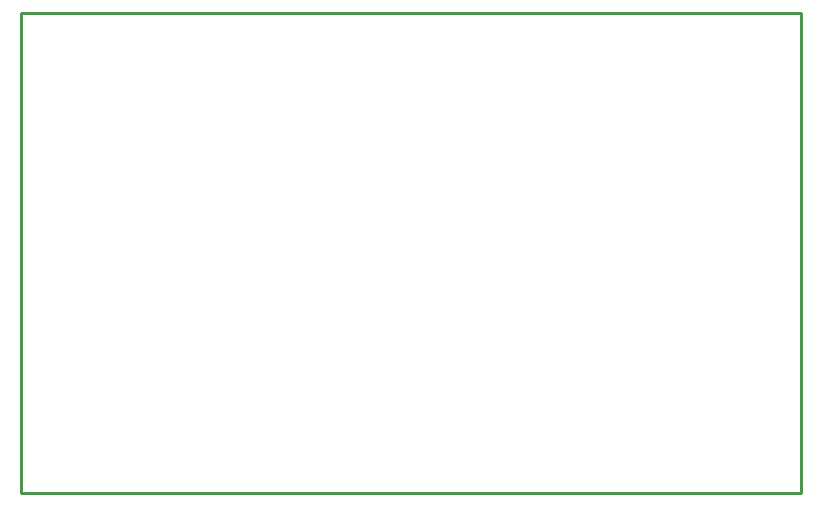
<source format=gbr>
G04 EAGLE Gerber RS-274X export*
G75*
%MOMM*%
%FSLAX34Y34*%
%LPD*%
%IN*%
%IPPOS*%
%AMOC8*
5,1,8,0,0,1.08239X$1,22.5*%
G01*
%ADD10C,0.254000*%


D10*
X0Y0D02*
X660400Y0D01*
X660400Y406400D01*
X0Y406400D01*
X0Y0D01*
M02*

</source>
